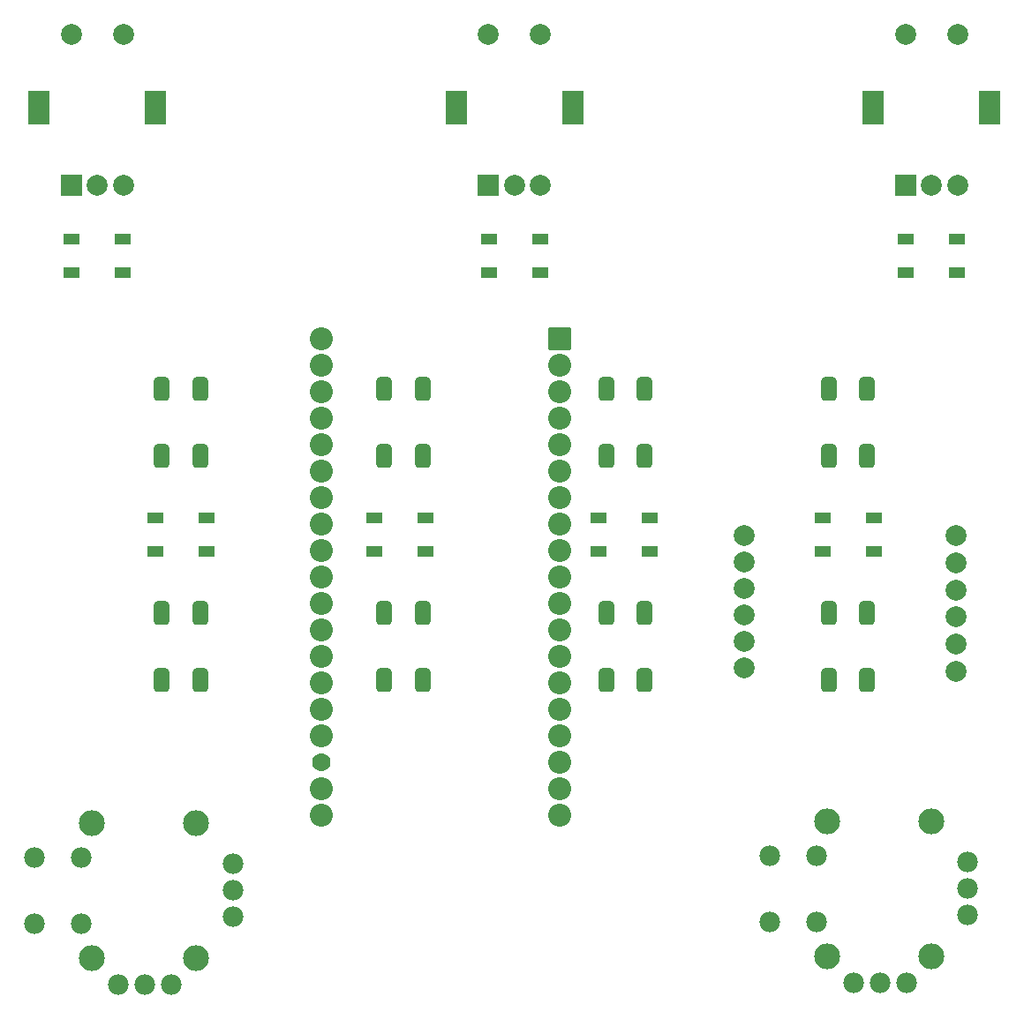
<source format=gbr>
%TF.GenerationSoftware,KiCad,Pcbnew,8.0.2*%
%TF.CreationDate,2024-11-11T15:41:05-05:00*%
%TF.ProjectId,PTZ_Camera_Controler,50545a5f-4361-46d6-9572-615f436f6e74,rev?*%
%TF.SameCoordinates,Original*%
%TF.FileFunction,Soldermask,Top*%
%TF.FilePolarity,Negative*%
%FSLAX46Y46*%
G04 Gerber Fmt 4.6, Leading zero omitted, Abs format (unit mm)*
G04 Created by KiCad (PCBNEW 8.0.2) date 2024-11-11 15:41:05*
%MOMM*%
%LPD*%
G01*
G04 APERTURE LIST*
G04 Aperture macros list*
%AMRoundRect*
0 Rectangle with rounded corners*
0 $1 Rounding radius*
0 $2 $3 $4 $5 $6 $7 $8 $9 X,Y pos of 4 corners*
0 Add a 4 corners polygon primitive as box body*
4,1,4,$2,$3,$4,$5,$6,$7,$8,$9,$2,$3,0*
0 Add four circle primitives for the rounded corners*
1,1,$1+$1,$2,$3*
1,1,$1+$1,$4,$5*
1,1,$1+$1,$6,$7*
1,1,$1+$1,$8,$9*
0 Add four rect primitives between the rounded corners*
20,1,$1+$1,$2,$3,$4,$5,0*
20,1,$1+$1,$4,$5,$6,$7,0*
20,1,$1+$1,$6,$7,$8,$9,0*
20,1,$1+$1,$8,$9,$2,$3,0*%
G04 Aperture macros list end*
%ADD10RoundRect,0.381000X0.381000X-0.762000X0.381000X0.762000X-0.381000X0.762000X-0.381000X-0.762000X0*%
%ADD11R,1.500000X1.000000*%
%ADD12R,2.000000X2.000000*%
%ADD13C,2.000000*%
%ADD14R,2.000000X3.200000*%
%ADD15C,1.982000*%
%ADD16C,2.490000*%
%ADD17RoundRect,0.102000X1.000000X1.000000X-1.000000X1.000000X-1.000000X-1.000000X1.000000X-1.000000X0*%
%ADD18C,2.204000*%
%ADD19C,1.764000*%
G04 APERTURE END LIST*
D10*
%TO.C,BUTTON3*%
X159816700Y-115450000D03*
X159816700Y-109050000D03*
X163516700Y-115450000D03*
X163516700Y-109050000D03*
%TD*%
D11*
%TO.C,LED7*%
X185450000Y-103100000D03*
X185450000Y-99900000D03*
X180550000Y-99900000D03*
X180550000Y-103100000D03*
%TD*%
%TO.C,LED6*%
X163950000Y-103100000D03*
X163950000Y-99900000D03*
X159050000Y-99900000D03*
X159050000Y-103100000D03*
%TD*%
D12*
%TO.C,ENCODER3*%
X188500000Y-68000000D03*
D13*
X193500000Y-68000000D03*
X191000000Y-68000000D03*
D14*
X185400000Y-60500000D03*
X196600000Y-60500000D03*
D13*
X193500000Y-53500000D03*
X188500000Y-53500000D03*
%TD*%
D10*
%TO.C,BUTTON6*%
X138483300Y-93950000D03*
X138483300Y-87550000D03*
X142183300Y-93950000D03*
X142183300Y-87550000D03*
%TD*%
D12*
%TO.C,ENCODER2*%
X148500000Y-68000000D03*
D13*
X153500000Y-68000000D03*
X151000000Y-68000000D03*
D14*
X145400000Y-60500000D03*
X156600000Y-60500000D03*
D13*
X153500000Y-53500000D03*
X148500000Y-53500000D03*
%TD*%
D10*
%TO.C,BUTTON7*%
X159816700Y-93950000D03*
X159816700Y-87550000D03*
X163516700Y-93950000D03*
X163516700Y-87550000D03*
%TD*%
%TO.C,BUTTON4*%
X181150000Y-115450000D03*
X181150000Y-109050000D03*
X184850000Y-115450000D03*
X184850000Y-109050000D03*
%TD*%
D11*
%TO.C,LED3*%
X193450000Y-76350000D03*
X193450000Y-73150000D03*
X188550000Y-73150000D03*
X188550000Y-76350000D03*
%TD*%
%TO.C,LED2*%
X153450000Y-76350000D03*
X153450000Y-73150000D03*
X148550000Y-73150000D03*
X148550000Y-76350000D03*
%TD*%
D15*
%TO.C,JOY-STICK2*%
X175500000Y-138675000D03*
X175500000Y-132325000D03*
X180000000Y-138675000D03*
X180000000Y-132325000D03*
X194500000Y-138000000D03*
X194500000Y-135500000D03*
X194500000Y-132920000D03*
D16*
X181000000Y-142000000D03*
X191000000Y-142000000D03*
X191000000Y-129000000D03*
X181000000Y-129000000D03*
D15*
X183500000Y-144500000D03*
X186040000Y-144500000D03*
X188580000Y-144500000D03*
%TD*%
D12*
%TO.C,ENCODER1*%
X108500000Y-68000000D03*
D13*
X113500000Y-68000000D03*
X111000000Y-68000000D03*
D14*
X105400000Y-60500000D03*
X116600000Y-60500000D03*
D13*
X113500000Y-53500000D03*
X108500000Y-53500000D03*
%TD*%
D15*
%TO.C,JOY-STICK1*%
X105000000Y-138850000D03*
X105000000Y-132500000D03*
X109500000Y-138850000D03*
X109500000Y-132500000D03*
X124000000Y-138175000D03*
X124000000Y-135675000D03*
X124000000Y-133095000D03*
D16*
X110500000Y-142175000D03*
X120500000Y-142175000D03*
X120500000Y-129175000D03*
X110500000Y-129175000D03*
D15*
X113000000Y-144675000D03*
X115540000Y-144675000D03*
X118080000Y-144675000D03*
%TD*%
D10*
%TO.C,BUTTON1*%
X117150000Y-115450000D03*
X117150000Y-109050000D03*
X120850000Y-115450000D03*
X120850000Y-109050000D03*
%TD*%
%TO.C,BUTTON5*%
X117150000Y-93950000D03*
X117150000Y-87550000D03*
X120850000Y-93950000D03*
X120850000Y-87550000D03*
%TD*%
D11*
%TO.C,LED1*%
X113450000Y-76350000D03*
X113450000Y-73150000D03*
X108550000Y-73150000D03*
X108550000Y-76350000D03*
%TD*%
%TO.C,LED4*%
X121450000Y-103100000D03*
X121450000Y-99900000D03*
X116550000Y-99900000D03*
X116550000Y-103100000D03*
%TD*%
D10*
%TO.C,BUTTON8*%
X181150000Y-93950000D03*
X181150000Y-87550000D03*
X184850000Y-93950000D03*
X184850000Y-87550000D03*
%TD*%
%TO.C,BUTTON2*%
X138483300Y-115450000D03*
X138483300Y-109050000D03*
X142183300Y-115450000D03*
X142183300Y-109050000D03*
%TD*%
D11*
%TO.C,LED5*%
X142450000Y-103100000D03*
X142450000Y-99900000D03*
X137550000Y-99900000D03*
X137550000Y-103100000D03*
%TD*%
D17*
%TO.C,ESP32*%
X155360000Y-82690000D03*
D18*
X155360000Y-85230000D03*
X155360000Y-87770000D03*
X155360000Y-90310000D03*
X155360000Y-92850000D03*
X155360000Y-95390000D03*
X155360000Y-97930000D03*
X155360000Y-100470000D03*
X155360000Y-103010000D03*
X155360000Y-105550000D03*
X155360000Y-108090000D03*
X155360000Y-110630000D03*
X155360000Y-113170000D03*
X155360000Y-115710000D03*
X155360000Y-118250000D03*
X155360000Y-120790000D03*
X155360000Y-123330000D03*
X155360000Y-125870000D03*
X155360000Y-128410000D03*
X132500000Y-82690000D03*
X132500000Y-85230000D03*
X132500000Y-87770000D03*
X132500000Y-90310000D03*
X132500000Y-92850000D03*
X132500000Y-95390000D03*
X132500000Y-97930000D03*
X132500000Y-100470000D03*
X132500000Y-103010000D03*
X132500000Y-105550000D03*
X132500000Y-108090000D03*
X132500000Y-110630000D03*
X132500000Y-113170000D03*
X132500000Y-115710000D03*
X132500000Y-118250000D03*
X132500000Y-120790000D03*
D19*
X132500000Y-123330000D03*
D18*
X132500000Y-125870000D03*
X132500000Y-128410000D03*
%TD*%
D13*
%TO.C,ETHERNET-SHEILD1*%
X193360000Y-101625000D03*
X193360000Y-104225000D03*
X193360000Y-106825000D03*
X193360000Y-109425000D03*
X193360000Y-112025000D03*
X193360000Y-114625000D03*
X173040000Y-101625000D03*
X173040000Y-104165000D03*
X173040000Y-106705000D03*
X173040000Y-109245000D03*
X173040000Y-111785000D03*
X173040000Y-114325000D03*
%TD*%
M02*

</source>
